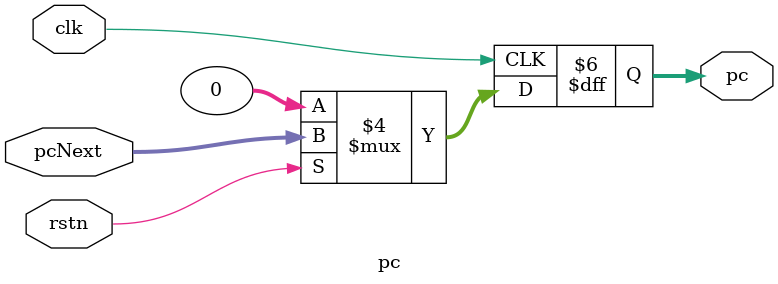
<source format=v>
`timescale 1ns / 1ps

module pc(
    input clk,
    input rstn,
    input [31:0] pcNext,
    output reg [31:0] pc 
    );
    
    always@(posedge clk) begin
        if(rstn  == 1'b0)
            pc <= 32'h0;
        else
            pc <= pcNext;
    end
    
endmodule

</source>
